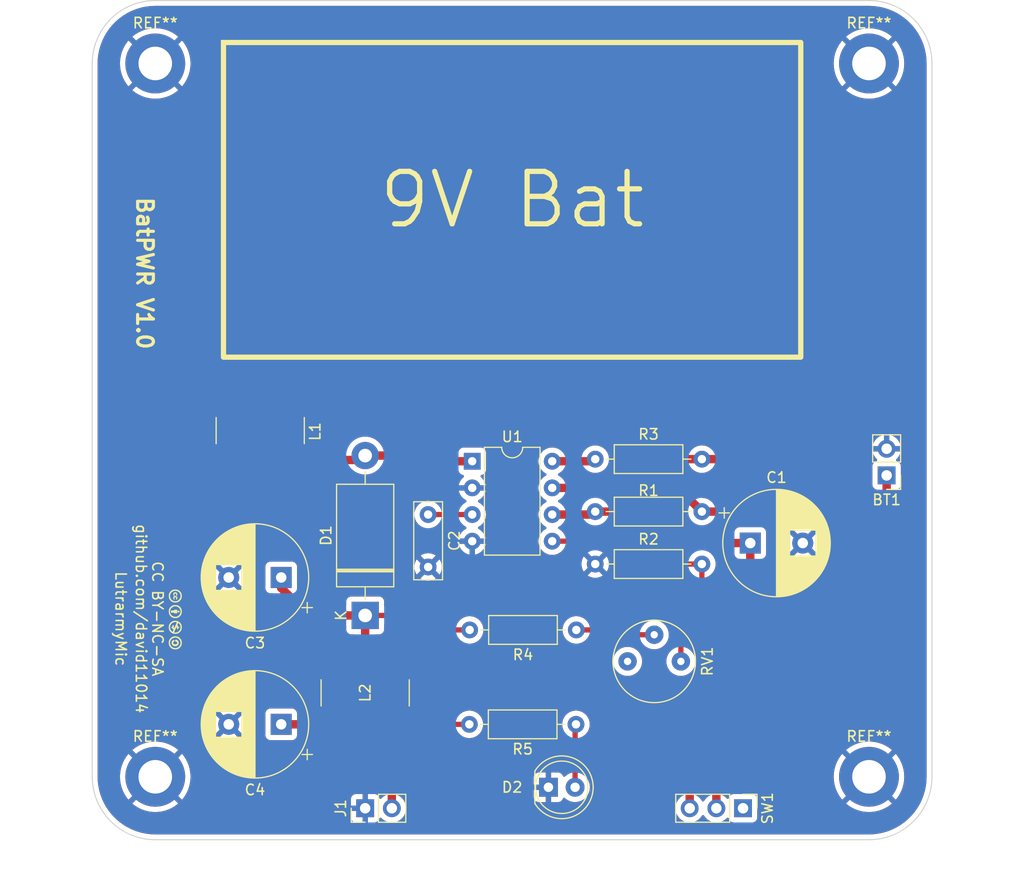
<source format=kicad_pcb>
(kicad_pcb (version 20211014) (generator pcbnew)
  (layers (0 "F.Cu" signal) (31 "B.Cu" signal) (34 "B.Paste" user) (35 "F.Paste" user) (36 "B.SilkS" user "B.Silkscreen") (37 "F.SilkS" user "F.Silkscreen") (38 "B.Mask" user) (39 "F.Mask" user) (44 "Edge.Cuts" user))
  (net 0 "")
  (net 1 "+9V")
  (net 2 "Net-(C3-Pad1)")
  (net 3 "Net-(C1-Pad1)")
  (net 4 "Net-(C4-Pad1)")
  (net 5 "Net-(C2-Pad1)")
  (net 6 "Net-(D1-Pad2)")
  (net 7 "Net-(D2-Pad2)")
  (net 8 "Net-(R2-Pad2)")
  (net 9 "Net-(R4-Pad1)")
  (net 11 "Net-(L1-Pad1)")
  (net 12 "Net-(R3-Pad1)")
  (net 14 "GND")
  (footprint "MountingHole:MountingHole_3.2mm_M3_ISO7380_Pad" (layer "F.Cu") (at 186.5 134)
    (fp_text reference "REF**" (at 0 -3.85) (layer "F.SilkS"))
    (fp_text value "MountingHole_3.2mm_M3_ISO7380_Pad")
    (pad "1" thru_hole circle (at 0 0) (size 5.7 5.7) (drill 3.2) (layers *.Cu *.Mask) (net 14 "GND"))
  )
  (footprint "CopyRight:CC-BY-NC-SA" (layer "F.Cu") (at 116.21591 118.93476 -90)
    (fp_text reference "LutrarmyMic" (at 0 1 -90 unlocked) (layer "F.SilkS"))
    (fp_text value "CC-BY-NC-SA" hide)
    (fp_text user "github.com/david11014" (at 0 -0.94 -90 unlocked) (layer "F.SilkS"))
    (fp_text user "CC BY-NC-SA" (at 0 -2.5 -90 unlocked) (layer "F.SilkS"))
  )
  (footprint "Capacitor_THT:C_Rect_L7.2mm_W2.5mm_P5.00mm_FKS2_FKP2_MKS2_MKP2" (layer "F.Cu") (at 144.5 109 -90)
    (fp_text reference "C2" (at 2.5 -2.5 90) (layer "F.SilkS"))
    (fp_text value "330pF")
    (pad "1" thru_hole circle (at 0 0 270) (size 1.6 1.6) (drill 0.8) (layers *.Cu *.Mask) (net 5 "Net-(C2-Pad1)"))
    (pad "2" thru_hole circle (at 5 0 270) (size 1.6 1.6) (drill 0.8) (layers *.Cu *.Mask) (net 14 "GND"))
  )
  (footprint "MountingHole:MountingHole_3.2mm_M3_ISO7380_Pad" (layer "F.Cu") (at 118.5 134)
    (fp_text reference "REF**" (at 0 -3.85) (layer "F.SilkS"))
    (fp_text value "MountingHole_3.2mm_M3_ISO7380_Pad")
    (pad "1" thru_hole circle (at 0 0) (size 5.7 5.7) (drill 3.2) (layers *.Cu *.Mask) (net 14 "GND"))
  )
  (footprint "Inductor_SMD:L_Bourns-SRN8040_8x8.15mm" (layer "F.Cu") (at 138.5 126 -90)
    (fp_text reference "L2" (at 0 0 90) (layer "F.SilkS"))
    (fp_text value "330uH")
    (pad "1" smd rect (at -2.8 0 270) (size 2.6 8.2) (layers "F.Cu" "F.Paste" "F.Mask") (net 2 "Net-(C3-Pad1)"))
    (pad "2" smd rect (at 2.8 0 270) (size 2.6 8.2) (layers "F.Cu" "F.Paste" "F.Mask") (net 4 "Net-(C4-Pad1)"))
  )
  (footprint "Resistor_THT:R_Axial_DIN0207_L6.3mm_D2.5mm_P10.16mm_Horizontal" (layer "F.Cu") (at 160.42 103.72)
    (fp_text reference "R3" (at 5.08 -2.37) (layer "F.SilkS"))
    (fp_text value "180")
    (pad "1" thru_hole circle (at 0 0) (size 1.6 1.6) (drill 0.8) (layers *.Cu *.Mask) (net 12 "Net-(R3-Pad1)"))
    (pad "2" thru_hole oval (at 10.16 0) (size 1.6 1.6) (drill 0.8) (layers *.Cu *.Mask) (net 11 "Net-(L1-Pad1)"))
  )
  (footprint "Capacitor_THT:CP_Radial_D10.0mm_P5.00mm" (layer "F.Cu") (at 130.5 129 180)
    (fp_text reference "C4" (at 2.5 -6.25) (layer "F.SilkS"))
    (fp_text value "100uF")
    (pad "1" thru_hole rect (at 0 0 180) (size 2 2) (drill 1) (layers *.Cu *.Mask) (net 4 "Net-(C4-Pad1)"))
    (pad "2" thru_hole circle (at 5 0 180) (size 2 2) (drill 1) (layers *.Cu *.Mask) (net 14 "GND"))
  )
  (footprint "Resistor_THT:R_Axial_DIN0207_L6.3mm_D2.5mm_P10.16mm_Horizontal" (layer "F.Cu") (at 158.585 129 180)
    (fp_text reference "R5" (at 5.08 -2.37) (layer "F.SilkS"))
    (fp_text value "324K")
    (pad "1" thru_hole circle (at 0 0 180) (size 1.6 1.6) (drill 0.8) (layers *.Cu *.Mask) (net 7 "Net-(D2-Pad2)"))
    (pad "2" thru_hole oval (at 10.16 0 180) (size 1.6 1.6) (drill 0.8) (layers *.Cu *.Mask) (net 4 "Net-(C4-Pad1)"))
  )
  (footprint "Connector_PinHeader_2.54mm:PinHeader_1x02_P2.54mm_Vertical" (layer "F.Cu") (at 188.1825 105.27 180)
    (fp_text reference "BT1" (at 0 -2.33) (layer "F.SilkS"))
    (fp_text value "9V Bat")
    (pad "1" thru_hole rect (at 0 0 180) (size 1.7 1.7) (drill 1) (layers *.Cu *.Mask) (net 1 "+9V"))
    (pad "2" thru_hole oval (at 0 2.54 180) (size 1.7 1.7) (drill 1) (layers *.Cu *.Mask) (net 14 "GND"))
  )
  (footprint "Capacitor_THT:CP_Radial_D10.0mm_P5.00mm" (layer "F.Cu") (at 130.5 115 180)
    (fp_text reference "C3" (at 2.5 -6.25) (layer "F.SilkS"))
    (fp_text value "100uF")
    (pad "1" thru_hole rect (at 0 0 180) (size 2 2) (drill 1) (layers *.Cu *.Mask) (net 2 "Net-(C3-Pad1)"))
    (pad "2" thru_hole circle (at 5 0 180) (size 2 2) (drill 1) (layers *.Cu *.Mask) (net 14 "GND"))
  )
  (footprint "MountingHole:MountingHole_3.2mm_M3_ISO7380_Pad" (layer "F.Cu") (at 186.5 66)
    (fp_text reference "REF**" (at 0 -3.85) (layer "F.SilkS"))
    (fp_text value "MountingHole_3.2mm_M3_ISO7380_Pad")
    (pad "1" thru_hole circle (at 0 0) (size 5.7 5.7) (drill 3.2) (layers *.Cu *.Mask) (net 14 "GND"))
  )
  (footprint "Resistor_THT:R_Axial_DIN0207_L6.3mm_D2.5mm_P10.16mm_Horizontal" (layer "F.Cu") (at 158.615 120 180)
    (fp_text reference "R4" (at 5.08 -2.37) (layer "F.SilkS"))
    (fp_text value "549K")
    (pad "1" thru_hole circle (at 0 0 180) (size 1.6 1.6) (drill 0.8) (layers *.Cu *.Mask) (net 9 "Net-(R4-Pad1)"))
    (pad "2" thru_hole oval (at 10.16 0 180) (size 1.6 1.6) (drill 0.8) (layers *.Cu *.Mask) (net 2 "Net-(C3-Pad1)"))
  )
  (footprint "Inductor_SMD:L_Bourns-SRN8040_8x8.15mm" (layer "F.Cu") (at 128.5 101 -90)
    (fp_text reference "L1" (at 0.09 -5.23 90) (layer "F.SilkS"))
    (fp_text value "330uH")
    (pad "1" smd rect (at -2.8 0 270) (size 2.6 8.2) (layers "F.Cu" "F.Paste" "F.Mask") (net 11 "Net-(L1-Pad1)"))
    (pad "2" smd rect (at 2.8 0 270) (size 2.6 8.2) (layers "F.Cu" "F.Paste" "F.Mask") (net 6 "Net-(D1-Pad2)"))
  )
  (footprint "Package_DIP:DIP-8_W7.62mm" (layer "F.Cu") (at 148.7 103.92)
    (fp_text reference "U1" (at 3.81 -2.33) (layer "F.SilkS"))
    (fp_text value "MC34063AP")
    (pad "1" thru_hole rect (at 0 0) (size 1.6 1.6) (drill 0.8) (layers *.Cu *.Mask) (net 6 "Net-(D1-Pad2)"))
    (pad "2" thru_hole oval (at 0 2.54) (size 1.6 1.6) (drill 0.8) (layers *.Cu *.Mask) (net 14 "GND"))
    (pad "3" thru_hole oval (at 0 5.08) (size 1.6 1.6) (drill 0.8) (layers *.Cu *.Mask) (net 5 "Net-(C2-Pad1)"))
    (pad "4" thru_hole oval (at 0 7.62) (size 1.6 1.6) (drill 0.8) (layers *.Cu *.Mask) (net 14 "GND"))
    (pad "5" thru_hole oval (at 7.62 7.62) (size 1.6 1.6) (drill 0.8) (layers *.Cu *.Mask) (net 8 "Net-(R2-Pad2)"))
    (pad "6" thru_hole oval (at 7.62 5.08) (size 1.6 1.6) (drill 0.8) (layers *.Cu *.Mask) (net 3 "Net-(C1-Pad1)"))
    (pad "7" thru_hole oval (at 7.62 2.54) (size 1.6 1.6) (drill 0.8) (layers *.Cu *.Mask) (net 11 "Net-(L1-Pad1)"))
    (pad "8" thru_hole oval (at 7.62 0) (size 1.6 1.6) (drill 0.8) (layers *.Cu *.Mask) (net 12 "Net-(R3-Pad1)"))
  )
  (footprint "Connector_PinHeader_2.54mm:PinHeader_1x03_P2.54mm_Vertical" (layer "F.Cu") (at 174.5 137 -90)
    (fp_text reference "SW1" (at 0 -2.33 90) (layer "F.SilkS"))
    (fp_text value "SW_SPDT")
    (pad "1" thru_hole rect (at 0 0 270) (size 1.7 1.7) (drill 1) (layers *.Cu *.Mask))
    (pad "2" thru_hole oval (at 0 2.54 270) (size 1.7 1.7) (drill 1) (layers *.Cu *.Mask) (net 1 "+9V"))
    (pad "3" thru_hole oval (at 0 5.08 270) (size 1.7 1.7) (drill 1) (layers *.Cu *.Mask) (net 3 "Net-(C1-Pad1)"))
  )
  (footprint "Resistor_THT:R_Axial_DIN0207_L6.3mm_D2.5mm_P10.16mm_Horizontal" (layer "F.Cu") (at 170.58 108.72 180)
    (fp_text reference "R1" (at 5.08 2) (layer "F.SilkS"))
    (fp_text value "1.2")
    (pad "1" thru_hole circle (at 0 0 180) (size 1.6 1.6) (drill 0.8) (layers *.Cu *.Mask) (net 11 "Net-(L1-Pad1)"))
    (pad "2" thru_hole oval (at 10.16 0 180) (size 1.6 1.6) (drill 0.8) (layers *.Cu *.Mask) (net 3 "Net-(C1-Pad1)"))
  )
  (footprint "Diode_THT:D_DO-201_P15.24mm_Horizontal" (layer "F.Cu") (at 138.5 118.62 90)
    (fp_text reference "D1" (at 7.62 -3.725 90) (layer "F.SilkS"))
    (fp_text value "50SQ100")
    (fp_text user "K" (at 0 -2.3 90) (layer "F.SilkS"))
    (pad "1" thru_hole rect (at 0 0 90) (size 2.6 2.6) (drill 1.3) (layers *.Cu *.Mask) (net 2 "Net-(C3-Pad1)"))
    (pad "2" thru_hole oval (at 15.24 0 90) (size 2.6 2.6) (drill 1.3) (layers *.Cu *.Mask) (net 6 "Net-(D1-Pad2)"))
  )
  (footprint "Connector_PinHeader_2.54mm:PinHeader_1x02_P2.54mm_Vertical" (layer "F.Cu") (at 138.5 137 90)
    (fp_text reference "J1" (at 0 -2.33 90) (layer "F.SilkS"))
    (fp_text value "Conn_01x02_Female")
    (pad "1" thru_hole rect (at 0 0 90) (size 1.7 1.7) (drill 1) (layers *.Cu *.Mask) (net 14 "GND"))
    (pad "2" thru_hole oval (at 0 2.54 90) (size 1.7 1.7) (drill 1) (layers *.Cu *.Mask) (net 4 "Net-(C4-Pad1)"))
  )
  (footprint "LED_THT:LED_D5.0mm_Clear" (layer "F.Cu") (at 155.96 135)
    (fp_text reference "D2" (at -3.46 0) (layer "F.SilkS"))
    (fp_text value "LED")
    (pad "1" thru_hole rect (at 0 0) (size 1.8 1.8) (drill 0.9) (layers *.Cu *.Mask) (net 14 "GND"))
    (pad "2" thru_hole circle (at 2.54 0) (size 1.8 1.8) (drill 0.9) (layers *.Cu *.Mask) (net 7 "Net-(D2-Pad2)"))
  )
  (footprint "Capacitor_THT:CP_Radial_D10.0mm_P5.00mm" (layer "F.Cu") (at 175.190907 111.72)
    (fp_text reference "C1" (at 2.5 -6.25) (layer "F.SilkS"))
    (fp_text value "100uF")
    (pad "1" thru_hole rect (at 0 0) (size 2 2) (drill 1) (layers *.Cu *.Mask) (net 3 "Net-(C1-Pad1)"))
    (pad "2" thru_hole circle (at 5 0) (size 2 2) (drill 1) (layers *.Cu *.Mask) (net 14 "GND"))
  )
  (footprint "MountingHole:MountingHole_3.2mm_M3_ISO7380_Pad" (layer "F.Cu") (at 118.5 66)
    (fp_text reference "REF**" (at 0 -3.85) (layer "F.SilkS"))
    (fp_text value "MountingHole_3.2mm_M3_ISO7380_Pad")
    (pad "1" thru_hole circle (at 0 0) (size 5.7 5.7) (drill 3.2) (layers *.Cu *.Mask) (net 14 "GND"))
  )
  (footprint "Potentiometer_THT:Potentiometer_Bourns_3339P_Vertical_HandSoldering" (layer "F.Cu") (at 163.5 123 -90)
    (fp_text reference "RV1" (at 0 -7.6 90) (layer "F.SilkS"))
    (fp_text value "50K")
    (pad "1" thru_hole circle (at 0 0 270) (size 1.75 1.75) (drill 0.7) (layers *.Cu *.Mask))
    (pad "2" thru_hole circle (at -2.54 -2.54 270) (size 1.75 1.75) (drill 0.7) (layers *.Cu *.Mask) (net 9 "Net-(R4-Pad1)"))
    (pad "3" thru_hole circle (at 0 -5.08 270) (size 1.75 1.75) (drill 0.7) (layers *.Cu *.Mask) (net 8 "Net-(R2-Pad2)"))
  )
  (footprint "Resistor_THT:R_Axial_DIN0207_L6.3mm_D2.5mm_P10.16mm_Horizontal" (layer "F.Cu") (at 160.42 113.72)
    (fp_text reference "R2" (at 5.08 -2.37) (layer "F.SilkS"))
    (fp_text value "15K")
    (pad "1" thru_hole circle (at 0 0) (size 1.6 1.6) (drill 0.8) (layers *.Cu *.Mask) (net 14 "GND"))
    (pad "2" thru_hole oval (at 10.16 0) (size 1.6 1.6) (drill 0.8) (layers *.Cu *.Mask) (net 8 "Net-(R2-Pad2)"))
  )
  (gr_rect (start 125 64) (end 180 94) (layer "F.SilkS") (width 0.5) (fill none))
  (gr_line (start 186.5 140) (end 118.5 140) (layer "Edge.Cuts") (width 0.1))
  (gr_line (start 112.5 66) (end 112.5 134) (layer "Edge.Cuts") (width 0.1))
  (gr_arc (start 186.5 60) (mid 190.742641 61.757359) (end 192.5 66) (layer "Edge.Cuts") (width 0.1))
  (gr_line (start 192.5 66) (end 192.5 134) (layer "Edge.Cuts") (width 0.1))
  (gr_arc (start 118.5 140) (mid 114.257359 138.242641) (end 112.5 134) (layer "Edge.Cuts") (width 0.1))
  (gr_line (start 118.5 60) (end 186.5 60) (layer "Edge.Cuts") (width 0.1))
  (gr_arc (start 112.5 66) (mid 114.257359 61.757359) (end 118.5 60) (layer "Edge.Cuts") (width 0.1))
  (gr_arc (start 192.5 134) (mid 190.742641 138.242641) (end 186.5 140) (layer "Edge.Cuts") (width 0.1))
  (gr_text "BatPWR V1.0" (at 117.5 86 270) (layer "F.SilkS") (effects (font (size 1.5 1.5) (thickness 0.3))))
  (gr_text "9V Bat" (at 152.5 79) (layer "F.SilkS") (effects (font (size 5 5) (thickness 0.5))))
  (segment (start 188.1825 105.27) (end 188.1825 117.3175) (width 0.8) (layer "F.Cu") (net 1))
  (segment (start 171.96 133.54) (end 171.96 137) (width 0.8) (layer "F.Cu") (net 1))
  (segment (start 188.1825 117.3175) (end 171.96 133.54) (width 0.8) (layer "F.Cu") (net 1))
  (segment (start 142.88 118.62) (end 144.26 120) (width 0.5) (layer "F.Cu") (net 2))
  (segment (start 130.5 115) (end 130.5 116) (width 0.8) (layer "F.Cu") (net 2))
  (segment (start 148.455 120) (end 144.26 120) (width 0.5) (layer "F.Cu") (net 2))
  (segment (start 130.5 116) (end 133.12 118.62) (width 0.8) (layer "F.Cu") (net 2))
  (segment (start 133.12 118.62) (end 138.5 118.62) (width 0.8) (layer "F.Cu") (net 2))
  (segment (start 138.5 123.2) (end 138.5 118.62) (width 0.8) (layer "F.Cu") (net 2))
  (segment (start 138.5 118.62) (end 142.88 118.62) (width 0.5) (layer "F.Cu") (net 2))
  (segment (start 167.5 111.72) (end 175.190907 111.72) (width 0.8) (layer "F.Cu") (net 3))
  (segment (start 175.190907 111.72) (end 175.190907 126.309093) (width 0.8) (layer "F.Cu") (net 3))
  (segment (start 169.42 132.08) (end 169.42 137) (width 0.8) (layer "F.Cu") (net 3))
  (segment (start 175.190907 126.309093) (end 169.42 132.08) (width 0.8) (layer "F.Cu") (net 3))
  (segment (start 160.42 108.72) (end 164.5 108.72) (width 0.8) (layer "F.Cu") (net 3))
  (segment (start 164.5 108.72) (end 167.5 111.72) (width 0.8) (layer "F.Cu") (net 3))
  (segment (start 160.14 109) (end 160.42 108.72) (width 0.8) (layer "F.Cu") (net 3))
  (segment (start 156.32 109) (end 160.14 109) (width 0.8) (layer "F.Cu") (net 3))
  (segment (start 138.5 132) (end 138.5 128.8) (width 0.8) (layer "F.Cu") (net 4))
  (segment (start 141.04 137) (end 141.04 134.54) (width 0.8) (layer "F.Cu") (net 4))
  (segment (start 130.5 129) (end 138.3 129) (width 0.8) (layer "F.Cu") (net 4))
  (segment (start 141.04 134.54) (end 138.5 132) (width 0.8) (layer "F.Cu") (net 4))
  (segment (start 138.3 129) (end 138.5 128.8) (width 0.8) (layer "F.Cu") (net 4))
  (segment (start 138.7 129) (end 138.5 128.8) (width 0.5) (layer "F.Cu") (net 4))
  (segment (start 148.425 129) (end 138.7 129) (width 0.5) (layer "F.Cu") (net 4))
  (segment (start 144.5 109) (end 148.7 109) (width 0.5) (layer "F.Cu") (net 5))
  (segment (start 128.5 103.8) (end 138.08 103.8) (width 0.8) (layer "F.Cu") (net 6))
  (segment (start 144.5 103.92) (end 148.7 103.92) (width 0.8) (layer "F.Cu") (net 6))
  (segment (start 138.08 103.8) (end 138.5 103.38) (width 0.8) (layer "F.Cu") (net 6))
  (segment (start 143.96 103.38) (end 144.5 103.92) (width 0.8) (layer "F.Cu") (net 6))
  (segment (start 138.5 103.38) (end 143.96 103.38) (width 0.8) (layer "F.Cu") (net 6))
  (segment (start 158.5 129.085) (end 158.585 129) (width 0.5) (layer "F.Cu") (net 7))
  (segment (start 158.5 135) (end 158.5 129.085) (width 0.5) (layer "F.Cu") (net 7))
  (segment (start 165.5 113.72) (end 170.58 113.72) (width 0.5) (layer "F.Cu") (net 8))
  (segment (start 156.32 111.54) (end 163.32 111.54) (width 0.5) (layer "F.Cu") (net 8))
  (segment (start 168.58 123) (end 168.58 119.92) (width 0.5) (layer "F.Cu") (net 8))
  (segment (start 163.32 111.54) (end 165.5 113.72) (width 0.5) (layer "F.Cu") (net 8))
  (segment (start 170.58 117.92) (end 170.58 113.72) (width 0.5) (layer "F.Cu") (net 8))
  (segment (start 168.58 119.92) (end 170.58 117.92) (width 0.5) (layer "F.Cu") (net 8))
  (segment (start 166.04 120.46) (end 162.96 120.46) (width 0.5) (layer "F.Cu") (net 9))
  (segment (start 158.615 120) (end 162.5 120) (width 0.5) (layer "F.Cu") (net 9))
  (segment (start 162.5 120) (end 162.96 120.46) (width 0.5) (layer "F.Cu") (net 9))
  (segment (start 156.32 106.46) (end 168.32 106.46) (width 0.8) (layer "F.Cu") (net 11))
  (segment (start 172.5 103.72) (end 173.5 104.72) (width 0.8) (layer "F.Cu") (net 11))
  (segment (start 166.22 103.72) (end 160.7 98.2) (width 0.8) (layer "F.Cu") (net 11))
  (segment (start 173.5 107.72) (end 172.5 108.72) (width 0.8) (layer "F.Cu") (net 11))
  (segment (start 168.32 106.46) (end 170.58 108.72) (width 0.8) (layer "F.Cu") (net 11))
  (segment (start 170.58 103.72) (end 166.22 103.72) (width 0.8) (layer "F.Cu") (net 11))
  (segment (start 172.5 108.72) (end 170.58 108.72) (width 0.8) (layer "F.Cu") (net 11))
  (segment (start 128.5 98.2) (end 160.7 98.2) (width 0.8) (layer "F.Cu") (net 11))
  (segment (start 170.58 103.72) (end 172.5 103.72) (width 0.8) (layer "F.Cu") (net 11))
  (segment (start 173.5 104.72) (end 173.5 107.72) (width 0.8) (layer "F.Cu") (net 11))
  (segment (start 156.32 103.92) (end 160.22 103.92) (width 0.8) (layer "F.Cu") (net 12))
  (segment (start 160.22 103.92) (end 160.42 103.72) (width 0.8) (layer "F.Cu") (net 12))
  (zone (net 14) (net_name "GND") (layers F&B.Cu) (connect_pads (clearance 0.508)) (min_thickness 0.254) (fill yes (thermal_gap 0.508) (thermal_bridge_width 0.508))
    (polygon (pts (xy 192.5 140) (xy 112.5 140) (xy 112.5 60) (xy 192.5 60)))
  )
)
</source>
